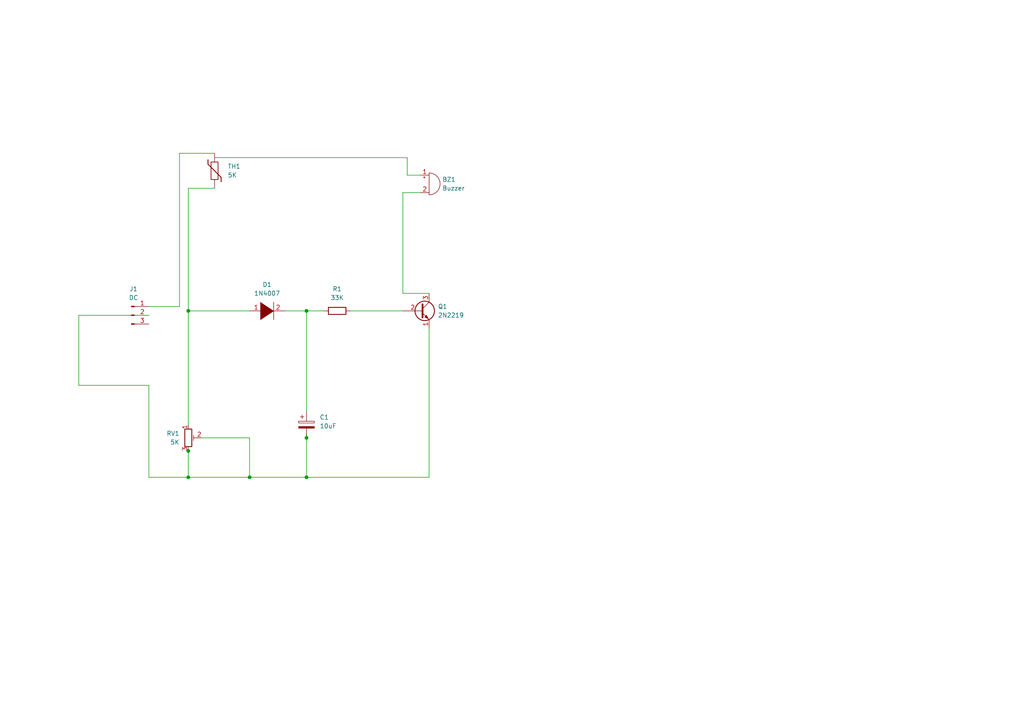
<source format=kicad_sch>
(kicad_sch (version 20211123) (generator eeschema)

  (uuid 84b82f8a-595d-4aa9-b137-6780c4ee0759)

  (paper "A4")

  (lib_symbols
    (symbol "Connector:Conn_01x03_Male" (pin_names (offset 1.016) hide) (in_bom yes) (on_board yes)
      (property "Reference" "J" (id 0) (at 0 5.08 0)
        (effects (font (size 1.27 1.27)))
      )
      (property "Value" "Conn_01x03_Male" (id 1) (at 0 -5.08 0)
        (effects (font (size 1.27 1.27)))
      )
      (property "Footprint" "" (id 2) (at 0 0 0)
        (effects (font (size 1.27 1.27)) hide)
      )
      (property "Datasheet" "~" (id 3) (at 0 0 0)
        (effects (font (size 1.27 1.27)) hide)
      )
      (property "ki_keywords" "connector" (id 4) (at 0 0 0)
        (effects (font (size 1.27 1.27)) hide)
      )
      (property "ki_description" "Generic connector, single row, 01x03, script generated (kicad-library-utils/schlib/autogen/connector/)" (id 5) (at 0 0 0)
        (effects (font (size 1.27 1.27)) hide)
      )
      (property "ki_fp_filters" "Connector*:*_1x??_*" (id 6) (at 0 0 0)
        (effects (font (size 1.27 1.27)) hide)
      )
      (symbol "Conn_01x03_Male_1_1"
        (polyline
          (pts
            (xy 1.27 -2.54)
            (xy 0.8636 -2.54)
          )
          (stroke (width 0.1524) (type default) (color 0 0 0 0))
          (fill (type none))
        )
        (polyline
          (pts
            (xy 1.27 0)
            (xy 0.8636 0)
          )
          (stroke (width 0.1524) (type default) (color 0 0 0 0))
          (fill (type none))
        )
        (polyline
          (pts
            (xy 1.27 2.54)
            (xy 0.8636 2.54)
          )
          (stroke (width 0.1524) (type default) (color 0 0 0 0))
          (fill (type none))
        )
        (rectangle (start 0.8636 -2.413) (end 0 -2.667)
          (stroke (width 0.1524) (type default) (color 0 0 0 0))
          (fill (type outline))
        )
        (rectangle (start 0.8636 0.127) (end 0 -0.127)
          (stroke (width 0.1524) (type default) (color 0 0 0 0))
          (fill (type outline))
        )
        (rectangle (start 0.8636 2.667) (end 0 2.413)
          (stroke (width 0.1524) (type default) (color 0 0 0 0))
          (fill (type outline))
        )
        (pin passive line (at 5.08 2.54 180) (length 3.81)
          (name "Pin_1" (effects (font (size 1.27 1.27))))
          (number "1" (effects (font (size 1.27 1.27))))
        )
        (pin passive line (at 5.08 0 180) (length 3.81)
          (name "Pin_2" (effects (font (size 1.27 1.27))))
          (number "2" (effects (font (size 1.27 1.27))))
        )
        (pin passive line (at 5.08 -2.54 180) (length 3.81)
          (name "Pin_3" (effects (font (size 1.27 1.27))))
          (number "3" (effects (font (size 1.27 1.27))))
        )
      )
    )
    (symbol "Device:Buzzer" (pin_names (offset 0.0254) hide) (in_bom yes) (on_board yes)
      (property "Reference" "BZ" (id 0) (at 3.81 1.27 0)
        (effects (font (size 1.27 1.27)) (justify left))
      )
      (property "Value" "Buzzer" (id 1) (at 3.81 -1.27 0)
        (effects (font (size 1.27 1.27)) (justify left))
      )
      (property "Footprint" "" (id 2) (at -0.635 2.54 90)
        (effects (font (size 1.27 1.27)) hide)
      )
      (property "Datasheet" "~" (id 3) (at -0.635 2.54 90)
        (effects (font (size 1.27 1.27)) hide)
      )
      (property "ki_keywords" "quartz resonator ceramic" (id 4) (at 0 0 0)
        (effects (font (size 1.27 1.27)) hide)
      )
      (property "ki_description" "Buzzer, polarized" (id 5) (at 0 0 0)
        (effects (font (size 1.27 1.27)) hide)
      )
      (property "ki_fp_filters" "*Buzzer*" (id 6) (at 0 0 0)
        (effects (font (size 1.27 1.27)) hide)
      )
      (symbol "Buzzer_0_1"
        (arc (start 0 -3.175) (mid 3.175 0) (end 0 3.175)
          (stroke (width 0) (type default) (color 0 0 0 0))
          (fill (type none))
        )
        (polyline
          (pts
            (xy -1.651 1.905)
            (xy -1.143 1.905)
          )
          (stroke (width 0) (type default) (color 0 0 0 0))
          (fill (type none))
        )
        (polyline
          (pts
            (xy -1.397 2.159)
            (xy -1.397 1.651)
          )
          (stroke (width 0) (type default) (color 0 0 0 0))
          (fill (type none))
        )
        (polyline
          (pts
            (xy 0 3.175)
            (xy 0 -3.175)
          )
          (stroke (width 0) (type default) (color 0 0 0 0))
          (fill (type none))
        )
      )
      (symbol "Buzzer_1_1"
        (pin passive line (at -2.54 2.54 0) (length 2.54)
          (name "-" (effects (font (size 1.27 1.27))))
          (number "1" (effects (font (size 1.27 1.27))))
        )
        (pin passive line (at -2.54 -2.54 0) (length 2.54)
          (name "+" (effects (font (size 1.27 1.27))))
          (number "2" (effects (font (size 1.27 1.27))))
        )
      )
    )
    (symbol "Device:C_Polarized" (pin_numbers hide) (pin_names (offset 0.254)) (in_bom yes) (on_board yes)
      (property "Reference" "C" (id 0) (at 0.635 2.54 0)
        (effects (font (size 1.27 1.27)) (justify left))
      )
      (property "Value" "C_Polarized" (id 1) (at 0.635 -2.54 0)
        (effects (font (size 1.27 1.27)) (justify left))
      )
      (property "Footprint" "" (id 2) (at 0.9652 -3.81 0)
        (effects (font (size 1.27 1.27)) hide)
      )
      (property "Datasheet" "~" (id 3) (at 0 0 0)
        (effects (font (size 1.27 1.27)) hide)
      )
      (property "ki_keywords" "cap capacitor" (id 4) (at 0 0 0)
        (effects (font (size 1.27 1.27)) hide)
      )
      (property "ki_description" "Polarized capacitor" (id 5) (at 0 0 0)
        (effects (font (size 1.27 1.27)) hide)
      )
      (property "ki_fp_filters" "CP_*" (id 6) (at 0 0 0)
        (effects (font (size 1.27 1.27)) hide)
      )
      (symbol "C_Polarized_0_1"
        (rectangle (start -2.286 0.508) (end 2.286 1.016)
          (stroke (width 0) (type default) (color 0 0 0 0))
          (fill (type none))
        )
        (polyline
          (pts
            (xy -1.778 2.286)
            (xy -0.762 2.286)
          )
          (stroke (width 0) (type default) (color 0 0 0 0))
          (fill (type none))
        )
        (polyline
          (pts
            (xy -1.27 2.794)
            (xy -1.27 1.778)
          )
          (stroke (width 0) (type default) (color 0 0 0 0))
          (fill (type none))
        )
        (rectangle (start 2.286 -0.508) (end -2.286 -1.016)
          (stroke (width 0) (type default) (color 0 0 0 0))
          (fill (type outline))
        )
      )
      (symbol "C_Polarized_1_1"
        (pin passive line (at 0 3.81 270) (length 2.794)
          (name "~" (effects (font (size 1.27 1.27))))
          (number "1" (effects (font (size 1.27 1.27))))
        )
        (pin passive line (at 0 -3.81 90) (length 2.794)
          (name "~" (effects (font (size 1.27 1.27))))
          (number "2" (effects (font (size 1.27 1.27))))
        )
      )
    )
    (symbol "Device:R" (pin_numbers hide) (pin_names (offset 0)) (in_bom yes) (on_board yes)
      (property "Reference" "R" (id 0) (at 2.032 0 90)
        (effects (font (size 1.27 1.27)))
      )
      (property "Value" "R" (id 1) (at 0 0 90)
        (effects (font (size 1.27 1.27)))
      )
      (property "Footprint" "" (id 2) (at -1.778 0 90)
        (effects (font (size 1.27 1.27)) hide)
      )
      (property "Datasheet" "~" (id 3) (at 0 0 0)
        (effects (font (size 1.27 1.27)) hide)
      )
      (property "ki_keywords" "R res resistor" (id 4) (at 0 0 0)
        (effects (font (size 1.27 1.27)) hide)
      )
      (property "ki_description" "Resistor" (id 5) (at 0 0 0)
        (effects (font (size 1.27 1.27)) hide)
      )
      (property "ki_fp_filters" "R_*" (id 6) (at 0 0 0)
        (effects (font (size 1.27 1.27)) hide)
      )
      (symbol "R_0_1"
        (rectangle (start -1.016 -2.54) (end 1.016 2.54)
          (stroke (width 0.254) (type default) (color 0 0 0 0))
          (fill (type none))
        )
      )
      (symbol "R_1_1"
        (pin passive line (at 0 3.81 270) (length 1.27)
          (name "~" (effects (font (size 1.27 1.27))))
          (number "1" (effects (font (size 1.27 1.27))))
        )
        (pin passive line (at 0 -3.81 90) (length 1.27)
          (name "~" (effects (font (size 1.27 1.27))))
          (number "2" (effects (font (size 1.27 1.27))))
        )
      )
    )
    (symbol "Device:R_Potentiometer_Trim" (pin_names (offset 1.016) hide) (in_bom yes) (on_board yes)
      (property "Reference" "RV" (id 0) (at -4.445 0 90)
        (effects (font (size 1.27 1.27)))
      )
      (property "Value" "R_Potentiometer_Trim" (id 1) (at -2.54 0 90)
        (effects (font (size 1.27 1.27)))
      )
      (property "Footprint" "" (id 2) (at 0 0 0)
        (effects (font (size 1.27 1.27)) hide)
      )
      (property "Datasheet" "~" (id 3) (at 0 0 0)
        (effects (font (size 1.27 1.27)) hide)
      )
      (property "ki_keywords" "resistor variable trimpot trimmer" (id 4) (at 0 0 0)
        (effects (font (size 1.27 1.27)) hide)
      )
      (property "ki_description" "Trim-potentiometer" (id 5) (at 0 0 0)
        (effects (font (size 1.27 1.27)) hide)
      )
      (property "ki_fp_filters" "Potentiometer*" (id 6) (at 0 0 0)
        (effects (font (size 1.27 1.27)) hide)
      )
      (symbol "R_Potentiometer_Trim_0_1"
        (polyline
          (pts
            (xy 1.524 0.762)
            (xy 1.524 -0.762)
          )
          (stroke (width 0) (type default) (color 0 0 0 0))
          (fill (type none))
        )
        (polyline
          (pts
            (xy 2.54 0)
            (xy 1.524 0)
          )
          (stroke (width 0) (type default) (color 0 0 0 0))
          (fill (type none))
        )
        (rectangle (start 1.016 2.54) (end -1.016 -2.54)
          (stroke (width 0.254) (type default) (color 0 0 0 0))
          (fill (type none))
        )
      )
      (symbol "R_Potentiometer_Trim_1_1"
        (pin passive line (at 0 3.81 270) (length 1.27)
          (name "1" (effects (font (size 1.27 1.27))))
          (number "1" (effects (font (size 1.27 1.27))))
        )
        (pin passive line (at 3.81 0 180) (length 1.27)
          (name "2" (effects (font (size 1.27 1.27))))
          (number "2" (effects (font (size 1.27 1.27))))
        )
        (pin passive line (at 0 -3.81 90) (length 1.27)
          (name "3" (effects (font (size 1.27 1.27))))
          (number "3" (effects (font (size 1.27 1.27))))
        )
      )
    )
    (symbol "Device:Thermistor" (pin_numbers hide) (pin_names (offset 0)) (in_bom yes) (on_board yes)
      (property "Reference" "TH" (id 0) (at 2.54 1.27 90)
        (effects (font (size 1.27 1.27)))
      )
      (property "Value" "Thermistor" (id 1) (at -2.54 0 90)
        (effects (font (size 1.27 1.27)) (justify bottom))
      )
      (property "Footprint" "" (id 2) (at 0 0 0)
        (effects (font (size 1.27 1.27)) hide)
      )
      (property "Datasheet" "~" (id 3) (at 0 0 0)
        (effects (font (size 1.27 1.27)) hide)
      )
      (property "ki_keywords" "R res thermistor" (id 4) (at 0 0 0)
        (effects (font (size 1.27 1.27)) hide)
      )
      (property "ki_description" "Temperature dependent resistor" (id 5) (at 0 0 0)
        (effects (font (size 1.27 1.27)) hide)
      )
      (property "ki_fp_filters" "R_*" (id 6) (at 0 0 0)
        (effects (font (size 1.27 1.27)) hide)
      )
      (symbol "Thermistor_0_1"
        (rectangle (start -1.016 2.54) (end 1.016 -2.54)
          (stroke (width 0.2032) (type default) (color 0 0 0 0))
          (fill (type none))
        )
        (polyline
          (pts
            (xy -1.905 3.175)
            (xy -1.905 1.905)
            (xy 1.905 -1.905)
            (xy 1.905 -3.175)
            (xy 1.905 -3.175)
          )
          (stroke (width 0.254) (type default) (color 0 0 0 0))
          (fill (type none))
        )
      )
      (symbol "Thermistor_1_1"
        (pin passive line (at 0 5.08 270) (length 2.54)
          (name "~" (effects (font (size 1.27 1.27))))
          (number "1" (effects (font (size 1.27 1.27))))
        )
        (pin passive line (at 0 -5.08 90) (length 2.54)
          (name "~" (effects (font (size 1.27 1.27))))
          (number "2" (effects (font (size 1.27 1.27))))
        )
      )
    )
    (symbol "Transistor_BJT:2N2219" (pin_names (offset 0) hide) (in_bom yes) (on_board yes)
      (property "Reference" "Q" (id 0) (at 5.08 1.905 0)
        (effects (font (size 1.27 1.27)) (justify left))
      )
      (property "Value" "2N2219" (id 1) (at 5.08 0 0)
        (effects (font (size 1.27 1.27)) (justify left))
      )
      (property "Footprint" "Package_TO_SOT_THT:TO-39-3" (id 2) (at 5.08 -1.905 0)
        (effects (font (size 1.27 1.27) italic) (justify left) hide)
      )
      (property "Datasheet" "http://www.onsemi.com/pub_link/Collateral/2N2219-D.PDF" (id 3) (at 0 0 0)
        (effects (font (size 1.27 1.27)) (justify left) hide)
      )
      (property "ki_keywords" "NPN Transistor" (id 4) (at 0 0 0)
        (effects (font (size 1.27 1.27)) hide)
      )
      (property "ki_description" "800mA Ic, 50V Vce, NPN Transistor, TO-39" (id 5) (at 0 0 0)
        (effects (font (size 1.27 1.27)) hide)
      )
      (property "ki_fp_filters" "TO?39*" (id 6) (at 0 0 0)
        (effects (font (size 1.27 1.27)) hide)
      )
      (symbol "2N2219_0_1"
        (polyline
          (pts
            (xy 0.635 0.635)
            (xy 2.54 2.54)
          )
          (stroke (width 0) (type default) (color 0 0 0 0))
          (fill (type none))
        )
        (polyline
          (pts
            (xy 0.635 -0.635)
            (xy 2.54 -2.54)
            (xy 2.54 -2.54)
          )
          (stroke (width 0) (type default) (color 0 0 0 0))
          (fill (type none))
        )
        (polyline
          (pts
            (xy 0.635 1.905)
            (xy 0.635 -1.905)
            (xy 0.635 -1.905)
          )
          (stroke (width 0.508) (type default) (color 0 0 0 0))
          (fill (type none))
        )
        (polyline
          (pts
            (xy 1.27 -1.778)
            (xy 1.778 -1.27)
            (xy 2.286 -2.286)
            (xy 1.27 -1.778)
            (xy 1.27 -1.778)
          )
          (stroke (width 0) (type default) (color 0 0 0 0))
          (fill (type outline))
        )
        (circle (center 1.27 0) (radius 2.8194)
          (stroke (width 0.254) (type default) (color 0 0 0 0))
          (fill (type none))
        )
      )
      (symbol "2N2219_1_1"
        (pin passive line (at 2.54 -5.08 90) (length 2.54)
          (name "E" (effects (font (size 1.27 1.27))))
          (number "1" (effects (font (size 1.27 1.27))))
        )
        (pin passive line (at -5.08 0 0) (length 5.715)
          (name "B" (effects (font (size 1.27 1.27))))
          (number "2" (effects (font (size 1.27 1.27))))
        )
        (pin passive line (at 2.54 5.08 270) (length 2.54)
          (name "C" (effects (font (size 1.27 1.27))))
          (number "3" (effects (font (size 1.27 1.27))))
        )
      )
    )
    (symbol "pspice:DIODE" (pin_names (offset 1.016) hide) (in_bom yes) (on_board yes)
      (property "Reference" "D" (id 0) (at 0 3.81 0)
        (effects (font (size 1.27 1.27)))
      )
      (property "Value" "DIODE" (id 1) (at 0 -4.445 0)
        (effects (font (size 1.27 1.27)))
      )
      (property "Footprint" "" (id 2) (at 0 0 0)
        (effects (font (size 1.27 1.27)) hide)
      )
      (property "Datasheet" "~" (id 3) (at 0 0 0)
        (effects (font (size 1.27 1.27)) hide)
      )
      (property "ki_keywords" "simulation" (id 4) (at 0 0 0)
        (effects (font (size 1.27 1.27)) hide)
      )
      (property "ki_description" "Diode symbol for simulation only. Pin order incompatible with official kicad footprints" (id 5) (at 0 0 0)
        (effects (font (size 1.27 1.27)) hide)
      )
      (symbol "DIODE_0_1"
        (polyline
          (pts
            (xy 1.905 2.54)
            (xy 1.905 -2.54)
          )
          (stroke (width 0) (type default) (color 0 0 0 0))
          (fill (type none))
        )
        (polyline
          (pts
            (xy -1.905 2.54)
            (xy -1.905 -2.54)
            (xy 1.905 0)
          )
          (stroke (width 0) (type default) (color 0 0 0 0))
          (fill (type outline))
        )
      )
      (symbol "DIODE_1_1"
        (pin input line (at -5.08 0 0) (length 3.81)
          (name "K" (effects (font (size 1.27 1.27))))
          (number "1" (effects (font (size 1.27 1.27))))
        )
        (pin input line (at 5.08 0 180) (length 3.81)
          (name "A" (effects (font (size 1.27 1.27))))
          (number "2" (effects (font (size 1.27 1.27))))
        )
      )
    )
  )

  (junction (at 72.39 138.43) (diameter 0) (color 0 0 0 0)
    (uuid 30275d71-7c33-4892-b3da-5e71c618b819)
  )
  (junction (at 54.61 90.17) (diameter 0) (color 0 0 0 0)
    (uuid 5eb46dab-56a9-49a1-9835-44093ae5b676)
  )
  (junction (at 88.9 127) (diameter 0) (color 0 0 0 0)
    (uuid 7a150d0f-2eed-4e84-a700-ad286f1498af)
  )
  (junction (at 54.61 138.43) (diameter 0) (color 0 0 0 0)
    (uuid cb40b89a-0713-491b-8041-e915e4df30ab)
  )
  (junction (at 54.61 130.81) (diameter 0) (color 0 0 0 0)
    (uuid d4f5377f-8591-48a9-9561-3ecd41b135e4)
  )
  (junction (at 88.9 90.17) (diameter 0) (color 0 0 0 0)
    (uuid e94288a2-b463-4110-a6d1-fc197837c822)
  )
  (junction (at 88.9 138.43) (diameter 0) (color 0 0 0 0)
    (uuid ec64c92a-c9d1-4363-ac74-1269b09f370e)
  )

  (wire (pts (xy 58.42 127) (xy 72.39 127))
    (stroke (width 0) (type default) (color 0 0 0 0))
    (uuid 154d7315-1271-4281-916d-a2193f8e8869)
  )
  (wire (pts (xy 54.61 90.17) (xy 54.61 123.19))
    (stroke (width 0) (type default) (color 0 0 0 0))
    (uuid 238902ac-6cf3-4847-887f-f42da6344f1b)
  )
  (wire (pts (xy 54.61 138.43) (xy 72.39 138.43))
    (stroke (width 0) (type default) (color 0 0 0 0))
    (uuid 2d2a42c3-f337-425b-8db7-072769be32c2)
  )
  (wire (pts (xy 43.18 88.9) (xy 52.07 88.9))
    (stroke (width 0) (type default) (color 0 0 0 0))
    (uuid 351e3768-76ab-43f0-9da8-8db921d56feb)
  )
  (wire (pts (xy 72.39 127) (xy 72.39 138.43))
    (stroke (width 0) (type default) (color 0 0 0 0))
    (uuid 386c0661-bad2-403d-a06b-1a0ba09b9fe3)
  )
  (wire (pts (xy 121.92 55.88) (xy 116.84 55.88))
    (stroke (width 0) (type default) (color 0 0 0 0))
    (uuid 40075655-e594-4c00-b8c1-c2861f495461)
  )
  (wire (pts (xy 88.9 90.17) (xy 93.98 90.17))
    (stroke (width 0) (type default) (color 0 0 0 0))
    (uuid 4a49ec79-792b-4e6d-ba48-4d5a3864b31b)
  )
  (wire (pts (xy 118.11 50.8) (xy 121.92 50.8))
    (stroke (width 0) (type default) (color 0 0 0 0))
    (uuid 4bb00488-2148-4d39-9f91-24065af4d3aa)
  )
  (wire (pts (xy 88.9 127) (xy 88.9 138.43))
    (stroke (width 0) (type default) (color 0 0 0 0))
    (uuid 5df62e70-5b4a-4ffd-8339-00ba450cb91f)
  )
  (wire (pts (xy 22.86 91.44) (xy 22.86 111.76))
    (stroke (width 0) (type default) (color 0 0 0 0))
    (uuid 5e1d08b7-0740-41cb-98b4-56358c13fb44)
  )
  (wire (pts (xy 88.9 125.73) (xy 88.9 127))
    (stroke (width 0) (type default) (color 0 0 0 0))
    (uuid 673a4983-3b8a-43e7-ba7a-6f50277f7fa8)
  )
  (wire (pts (xy 54.61 54.61) (xy 62.23 54.61))
    (stroke (width 0) (type default) (color 0 0 0 0))
    (uuid 77db4d40-ceb9-42ee-b7f3-996f7561530b)
  )
  (wire (pts (xy 52.07 44.45) (xy 62.23 44.45))
    (stroke (width 0) (type default) (color 0 0 0 0))
    (uuid 7914e4a9-4ecf-427b-9874-a4c09a512ddb)
  )
  (wire (pts (xy 72.39 90.17) (xy 54.61 90.17))
    (stroke (width 0) (type default) (color 0 0 0 0))
    (uuid 7e92f85e-c377-406c-8f5d-5a512add6cd0)
  )
  (wire (pts (xy 72.39 138.43) (xy 88.9 138.43))
    (stroke (width 0) (type default) (color 0 0 0 0))
    (uuid 8344ede7-dd1a-45be-900d-8bc51459dbf1)
  )
  (wire (pts (xy 88.9 138.43) (xy 124.46 138.43))
    (stroke (width 0) (type default) (color 0 0 0 0))
    (uuid 8e095db9-c838-4ac0-a3d4-755d499a5b43)
  )
  (wire (pts (xy 43.18 111.76) (xy 43.18 138.43))
    (stroke (width 0) (type default) (color 0 0 0 0))
    (uuid 8f07d45c-25a9-4177-84bd-4fc7caa01593)
  )
  (wire (pts (xy 118.11 45.72) (xy 118.11 50.8))
    (stroke (width 0) (type default) (color 0 0 0 0))
    (uuid 9ba25e1f-ada1-4ffa-a333-f07854da03ef)
  )
  (wire (pts (xy 43.18 138.43) (xy 54.61 138.43))
    (stroke (width 0) (type default) (color 0 0 0 0))
    (uuid 9be963f2-54a2-430f-b881-15486f6f5719)
  )
  (wire (pts (xy 116.84 85.09) (xy 124.46 85.09))
    (stroke (width 0) (type default) (color 0 0 0 0))
    (uuid 9d8a9ab3-830b-4e15-9c47-ec882d1a1d4a)
  )
  (wire (pts (xy 43.18 91.44) (xy 22.86 91.44))
    (stroke (width 0) (type default) (color 0 0 0 0))
    (uuid a16c0157-0586-404d-8e09-a39d2c1bdbf6)
  )
  (wire (pts (xy 124.46 95.25) (xy 124.46 138.43))
    (stroke (width 0) (type default) (color 0 0 0 0))
    (uuid a5da8514-064f-486c-8e38-23af381733b9)
  )
  (wire (pts (xy 88.9 90.17) (xy 88.9 119.38))
    (stroke (width 0) (type default) (color 0 0 0 0))
    (uuid ac95cee3-2306-42b3-912e-2671afca84ff)
  )
  (wire (pts (xy 101.6 90.17) (xy 116.84 90.17))
    (stroke (width 0) (type default) (color 0 0 0 0))
    (uuid aead25cc-31d2-4172-be8e-8b511c8d6b46)
  )
  (wire (pts (xy 62.23 45.72) (xy 118.11 45.72))
    (stroke (width 0) (type default) (color 0 0 0 0))
    (uuid cf9ce14d-0e1b-4ba8-86c3-d945e3e8e130)
  )
  (wire (pts (xy 116.84 55.88) (xy 116.84 85.09))
    (stroke (width 0) (type default) (color 0 0 0 0))
    (uuid d799f921-2b16-4f67-80d6-59ccaeaad800)
  )
  (wire (pts (xy 54.61 54.61) (xy 54.61 90.17))
    (stroke (width 0) (type default) (color 0 0 0 0))
    (uuid dbe8f8c0-83d8-4a51-83d3-510672af5e99)
  )
  (wire (pts (xy 52.07 88.9) (xy 52.07 44.45))
    (stroke (width 0) (type default) (color 0 0 0 0))
    (uuid de5e66a8-7b36-48da-bca1-04d2d6651183)
  )
  (wire (pts (xy 54.61 129.54) (xy 54.61 130.81))
    (stroke (width 0) (type default) (color 0 0 0 0))
    (uuid e62b8c76-9455-40fc-b07e-74a5aff50cb7)
  )
  (wire (pts (xy 82.55 90.17) (xy 88.9 90.17))
    (stroke (width 0) (type default) (color 0 0 0 0))
    (uuid f3ba0259-4069-4df5-a5fc-04e4bb8ae341)
  )
  (wire (pts (xy 54.61 130.81) (xy 54.61 138.43))
    (stroke (width 0) (type default) (color 0 0 0 0))
    (uuid fd633179-4d91-4380-a38e-288e8ff6a594)
  )
  (wire (pts (xy 22.86 111.76) (xy 43.18 111.76))
    (stroke (width 0) (type default) (color 0 0 0 0))
    (uuid ffd337e0-de0d-4372-b33b-fa8718b6bf3d)
  )

  (symbol (lib_id "Device:C_Polarized") (at 88.9 123.19 0) (unit 1)
    (in_bom yes) (on_board yes) (fields_autoplaced)
    (uuid 099c3aaf-f4e1-489a-9df2-265c47090f67)
    (property "Reference" "C1" (id 0) (at 92.71 121.0309 0)
      (effects (font (size 1.27 1.27)) (justify left))
    )
    (property "Value" "10uF" (id 1) (at 92.71 123.5709 0)
      (effects (font (size 1.27 1.27)) (justify left))
    )
    (property "Footprint" "Capacitor_THT:CP_Radial_D10.0mm_P3.50mm" (id 2) (at 89.8652 127 0)
      (effects (font (size 1.27 1.27)) hide)
    )
    (property "Datasheet" "~" (id 3) (at 88.9 123.19 0)
      (effects (font (size 1.27 1.27)) hide)
    )
    (pin "1" (uuid 19786fa7-07e2-4267-b85a-dd21877b17d2))
    (pin "2" (uuid 8339e756-c18b-4fda-b83f-0caa4d41b1df))
  )

  (symbol (lib_id "Device:Buzzer") (at 124.46 53.34 0) (unit 1)
    (in_bom yes) (on_board yes) (fields_autoplaced)
    (uuid 3a170c02-4e90-4d1c-bc58-385c2577e9a8)
    (property "Reference" "BZ1" (id 0) (at 128.27 52.0699 0)
      (effects (font (size 1.27 1.27)) (justify left))
    )
    (property "Value" "Buzzer" (id 1) (at 128.27 54.6099 0)
      (effects (font (size 1.27 1.27)) (justify left))
    )
    (property "Footprint" "Buzzer_Beeper:Buzzer_12x9.5RM7.6" (id 2) (at 123.825 50.8 90)
      (effects (font (size 1.27 1.27)) hide)
    )
    (property "Datasheet" "~" (id 3) (at 123.825 50.8 90)
      (effects (font (size 1.27 1.27)) hide)
    )
    (pin "1" (uuid f34aa3f5-2724-49e6-9b10-e4d50427ea4a))
    (pin "2" (uuid 13808d3b-f21e-4113-a6d8-9fbc913e340d))
  )

  (symbol (lib_id "pspice:DIODE") (at 77.47 90.17 0) (unit 1)
    (in_bom yes) (on_board yes) (fields_autoplaced)
    (uuid 3b11bc9f-1549-4ba2-9f47-54604c074f22)
    (property "Reference" "D1" (id 0) (at 77.47 82.55 0))
    (property "Value" "1N4007" (id 1) (at 77.47 85.09 0))
    (property "Footprint" "Diode_THT:D_5W_P10.16mm_Horizontal" (id 2) (at 77.47 90.17 0)
      (effects (font (size 1.27 1.27)) hide)
    )
    (property "Datasheet" "~" (id 3) (at 77.47 90.17 0)
      (effects (font (size 1.27 1.27)) hide)
    )
    (pin "1" (uuid d1dcafe0-e045-4dc0-988d-874e306983d9))
    (pin "2" (uuid 712a5d59-120d-432d-a084-5e4973f1a9f7))
  )

  (symbol (lib_id "Connector:Conn_01x03_Male") (at 38.1 91.44 0) (unit 1)
    (in_bom yes) (on_board yes) (fields_autoplaced)
    (uuid 7b0956b5-b702-48cd-b0e5-188355ca1491)
    (property "Reference" "J1" (id 0) (at 38.735 83.82 0))
    (property "Value" "DC" (id 1) (at 38.735 86.36 0))
    (property "Footprint" "Connector_BarrelJack:BarrelJack_Horizontal" (id 2) (at 38.1 91.44 0)
      (effects (font (size 1.27 1.27)) hide)
    )
    (property "Datasheet" "~" (id 3) (at 38.1 91.44 0)
      (effects (font (size 1.27 1.27)) hide)
    )
    (pin "1" (uuid 7fc0ba69-e504-4bb1-9c95-69a26b590ed3))
    (pin "2" (uuid 645ffaf0-aaf9-4e1b-a448-f0568cc6a135))
    (pin "3" (uuid 2a9925b7-2b1a-4f4b-8d66-43290e6ac387))
  )

  (symbol (lib_id "Transistor_BJT:2N2219") (at 121.92 90.17 0) (unit 1)
    (in_bom yes) (on_board yes) (fields_autoplaced)
    (uuid b0fd134a-edff-4667-b656-dea6a065f19b)
    (property "Reference" "Q1" (id 0) (at 127 88.8999 0)
      (effects (font (size 1.27 1.27)) (justify left))
    )
    (property "Value" "2N2219" (id 1) (at 127 91.4399 0)
      (effects (font (size 1.27 1.27)) (justify left))
    )
    (property "Footprint" "Package_TO_SOT_THT:TO-39-3" (id 2) (at 127 92.075 0)
      (effects (font (size 1.27 1.27) italic) (justify left) hide)
    )
    (property "Datasheet" "http://www.onsemi.com/pub_link/Collateral/2N2219-D.PDF" (id 3) (at 121.92 90.17 0)
      (effects (font (size 1.27 1.27)) (justify left) hide)
    )
    (pin "1" (uuid db7f9b7c-64a2-4d3e-a671-634ae07047c6))
    (pin "2" (uuid f66d6b39-9621-4533-a68e-7793c4eb30ff))
    (pin "3" (uuid fd746c46-22b5-41cf-bd29-014da7f4a39c))
  )

  (symbol (lib_id "Device:R_Potentiometer_Trim") (at 54.61 127 0) (unit 1)
    (in_bom yes) (on_board yes) (fields_autoplaced)
    (uuid bddde3f6-73ac-4325-8cee-0af44134f784)
    (property "Reference" "RV1" (id 0) (at 52.07 125.7299 0)
      (effects (font (size 1.27 1.27)) (justify right))
    )
    (property "Value" "5K" (id 1) (at 52.07 128.2699 0)
      (effects (font (size 1.27 1.27)) (justify right))
    )
    (property "Footprint" "Potentiometer_THT:Potentiometer_ACP_CA6-H2,5_Horizontal" (id 2) (at 54.61 127 0)
      (effects (font (size 1.27 1.27)) hide)
    )
    (property "Datasheet" "~" (id 3) (at 54.61 127 0)
      (effects (font (size 1.27 1.27)) hide)
    )
    (pin "1" (uuid 47c973e0-2132-4f2b-996d-124caf166a49))
    (pin "2" (uuid e6541f55-3c85-4292-8709-ac509c83f6b7))
    (pin "3" (uuid 5c25daba-4c2a-4513-9aed-35703a7b57f1))
  )

  (symbol (lib_id "Device:Thermistor") (at 62.23 49.53 0) (unit 1)
    (in_bom yes) (on_board yes) (fields_autoplaced)
    (uuid c2f8d102-386f-4d6c-bf16-7566076dfd64)
    (property "Reference" "TH1" (id 0) (at 66.04 48.2599 0)
      (effects (font (size 1.27 1.27)) (justify left))
    )
    (property "Value" "5K" (id 1) (at 66.04 50.7999 0)
      (effects (font (size 1.27 1.27)) (justify left))
    )
    (property "Footprint" "Connector_PinHeader_2.54mm:PinHeader_1x02_P2.54mm_Horizontal" (id 2) (at 62.23 49.53 0)
      (effects (font (size 1.27 1.27)) hide)
    )
    (property "Datasheet" "~" (id 3) (at 62.23 49.53 0)
      (effects (font (size 1.27 1.27)) hide)
    )
    (pin "1" (uuid 59c766e6-92bf-4938-93b6-dbb7e0d5a06e))
    (pin "2" (uuid 5ceb30e4-ec39-4e18-bedc-43c98140c854))
  )

  (symbol (lib_id "Device:R") (at 97.79 90.17 270) (unit 1)
    (in_bom yes) (on_board yes) (fields_autoplaced)
    (uuid ef38482c-5deb-49f2-ada1-fc36704c200a)
    (property "Reference" "R1" (id 0) (at 97.79 83.82 90))
    (property "Value" "33K" (id 1) (at 97.79 86.36 90))
    (property "Footprint" "Resistor_THT:R_Axial_DIN0411_L9.9mm_D3.6mm_P12.70mm_Horizontal" (id 2) (at 97.79 88.392 90)
      (effects (font (size 1.27 1.27)) hide)
    )
    (property "Datasheet" "~" (id 3) (at 97.79 90.17 0)
      (effects (font (size 1.27 1.27)) hide)
    )
    (pin "1" (uuid aac3403d-e8d3-4b35-b9ed-59d373da3383))
    (pin "2" (uuid 45da91f3-4790-413b-bb0c-a6345e56519f))
  )

  (sheet_instances
    (path "/" (page "1"))
  )

  (symbol_instances
    (path "/3a170c02-4e90-4d1c-bc58-385c2577e9a8"
      (reference "BZ1") (unit 1) (value "Buzzer") (footprint "Buzzer_Beeper:Buzzer_12x9.5RM7.6")
    )
    (path "/099c3aaf-f4e1-489a-9df2-265c47090f67"
      (reference "C1") (unit 1) (value "10uF") (footprint "Capacitor_THT:CP_Radial_D10.0mm_P3.50mm")
    )
    (path "/3b11bc9f-1549-4ba2-9f47-54604c074f22"
      (reference "D1") (unit 1) (value "1N4007") (footprint "Diode_THT:D_5W_P10.16mm_Horizontal")
    )
    (path "/7b0956b5-b702-48cd-b0e5-188355ca1491"
      (reference "J1") (unit 1) (value "DC") (footprint "Connector_BarrelJack:BarrelJack_Horizontal")
    )
    (path "/b0fd134a-edff-4667-b656-dea6a065f19b"
      (reference "Q1") (unit 1) (value "2N2219") (footprint "Package_TO_SOT_THT:TO-39-3")
    )
    (path "/ef38482c-5deb-49f2-ada1-fc36704c200a"
      (reference "R1") (unit 1) (value "33K") (footprint "Resistor_THT:R_Axial_DIN0411_L9.9mm_D3.6mm_P12.70mm_Horizontal")
    )
    (path "/bddde3f6-73ac-4325-8cee-0af44134f784"
      (reference "RV1") (unit 1) (value "5K") (footprint "Potentiometer_THT:Potentiometer_ACP_CA6-H2,5_Horizontal")
    )
    (path "/c2f8d102-386f-4d6c-bf16-7566076dfd64"
      (reference "TH1") (unit 1) (value "5K") (footprint "Connector_PinHeader_2.54mm:PinHeader_1x02_P2.54mm_Horizontal")
    )
  )
)

</source>
